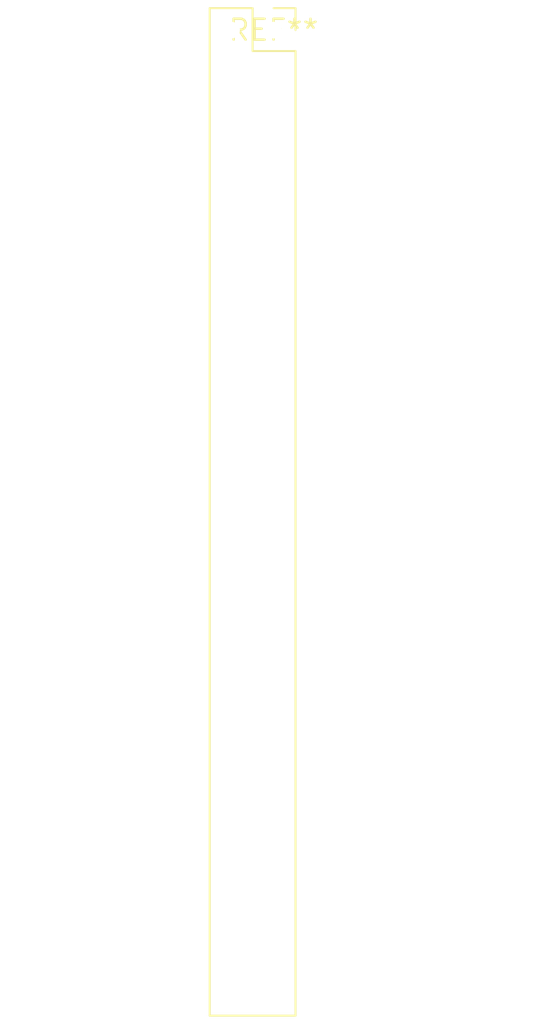
<source format=kicad_pcb>
(kicad_pcb (version 20240108) (generator pcbnew)
  (layers (0 "F.Cu" signal) (31 "B.Cu" signal) (34 "B.Paste" user) (35 "F.Paste" user) (36 "B.SilkS" user "B.Silkscreen") (37 "F.SilkS" user "F.Silkscreen") (38 "B.Mask" user) (39 "F.Mask" user) (44 "Edge.Cuts" user))
  (net 0 "")
  (footprint "PinSocket_2x24_P2.54mm_Vertical" (layer "F.Cu") (at 0 0)
    (property "Reference" "REF**")
    (property "Value" "PinSocket_2x24_P2.54mm_Vertical")
    (fp_line (start -3.87 -1.33) (end -3.87 59.75) (layer "F.SilkS") (stroke (width 0.12)))
    (fp_line (start -3.87 -1.33) (end -1.27 -1.33) (layer "F.SilkS") (stroke (width 0.12)))
    (fp_line (start -3.87 59.75) (end 1.33 59.75) (layer "F.SilkS") (stroke (width 0.12)))
    (fp_line (start -1.27 -1.33) (end -1.27 1.27) (layer "F.SilkS") (stroke (width 0.12)))
    (fp_line (start -1.27 1.27) (end 1.33 1.27) (layer "F.SilkS") (stroke (width 0.12)))
    (fp_line (start 0 -1.33) (end 1.33 -1.33) (layer "F.SilkS") (stroke (width 0.12)))
    (fp_line (start 1.33 -1.33) (end 1.33 0) (layer "F.SilkS") (stroke (width 0.12)))
    (fp_line (start 1.33 1.27) (end 1.33 59.75) (layer "F.SilkS") (stroke (width 0.12)))
    (pad "1" thru_hole rect (at 0 0) (size 1.7 1.7) (drill 1) (layers *.Cu *.Mask) (remove_unused_layers))
    (pad "2" thru_hole oval (at -2.54 0) (size 1.7 1.7) (drill 1) (layers *.Cu *.Mask) (remove_unused_layers))
    (pad "3" thru_hole oval (at 0 2.54) (size 1.7 1.7) (drill 1) (layers *.Cu *.Mask) (remove_unused_layers))
    (pad "4" thru_hole oval (at -2.54 2.54) (size 1.7 1.7) (drill 1) (layers *.Cu *.Mask) (remove_unused_layers))
    (pad "5" thru_hole oval (at 0 5.08) (size 1.7 1.7) (drill 1) (layers *.Cu *.Mask) (remove_unused_layers))
    (pad "6" thru_hole oval (at -2.54 5.08) (size 1.7 1.7) (drill 1) (layers *.Cu *.Mask) (remove_unused_layers))
    (pad "7" thru_hole oval (at 0 7.62) (size 1.7 1.7) (drill 1) (layers *.Cu *.Mask) (remove_unused_layers))
    (pad "8" thru_hole oval (at -2.54 7.62) (size 1.7 1.7) (drill 1) (layers *.Cu *.Mask) (remove_unused_layers))
    (pad "9" thru_hole oval (at 0 10.16) (size 1.7 1.7) (drill 1) (layers *.Cu *.Mask) (remove_unused_layers))
    (pad "10" thru_hole oval (at -2.54 10.16) (size 1.7 1.7) (drill 1) (layers *.Cu *.Mask) (remove_unused_layers))
    (pad "11" thru_hole oval (at 0 12.7) (size 1.7 1.7) (drill 1) (layers *.Cu *.Mask) (remove_unused_layers))
    (pad "12" thru_hole oval (at -2.54 12.7) (size 1.7 1.7) (drill 1) (layers *.Cu *.Mask) (remove_unused_layers))
    (pad "13" thru_hole oval (at 0 15.24) (size 1.7 1.7) (drill 1) (layers *.Cu *.Mask) (remove_unused_layers))
    (pad "14" thru_hole oval (at -2.54 15.24) (size 1.7 1.7) (drill 1) (layers *.Cu *.Mask) (remove_unused_layers))
    (pad "15" thru_hole oval (at 0 17.78) (size 1.7 1.7) (drill 1) (layers *.Cu *.Mask) (remove_unused_layers))
    (pad "16" thru_hole oval (at -2.54 17.78) (size 1.7 1.7) (drill 1) (layers *.Cu *.Mask) (remove_unused_layers))
    (pad "17" thru_hole oval (at 0 20.32) (size 1.7 1.7) (drill 1) (layers *.Cu *.Mask) (remove_unused_layers))
    (pad "18" thru_hole oval (at -2.54 20.32) (size 1.7 1.7) (drill 1) (layers *.Cu *.Mask) (remove_unused_layers))
    (pad "19" thru_hole oval (at 0 22.86) (size 1.7 1.7) (drill 1) (layers *.Cu *.Mask) (remove_unused_layers))
    (pad "20" thru_hole oval (at -2.54 22.86) (size 1.7 1.7) (drill 1) (layers *.Cu *.Mask) (remove_unused_layers))
    (pad "21" thru_hole oval (at 0 25.4) (size 1.7 1.7) (drill 1) (layers *.Cu *.Mask) (remove_unused_layers))
    (pad "22" thru_hole oval (at -2.54 25.4) (size 1.7 1.7) (drill 1) (layers *.Cu *.Mask) (remove_unused_layers))
    (pad "23" thru_hole oval (at 0 27.94) (size 1.7 1.7) (drill 1) (layers *.Cu *.Mask) (remove_unused_layers))
    (pad "24" thru_hole oval (at -2.54 27.94) (size 1.7 1.7) (drill 1) (layers *.Cu *.Mask) (remove_unused_layers))
    (pad "25" thru_hole oval (at 0 30.48) (size 1.7 1.7) (drill 1) (layers *.Cu *.Mask) (remove_unused_layers))
    (pad "26" thru_hole oval (at -2.54 30.48) (size 1.7 1.7) (drill 1) (layers *.Cu *.Mask) (remove_unused_layers))
    (pad "27" thru_hole oval (at 0 33.02) (size 1.7 1.7) (drill 1) (layers *.Cu *.Mask) (remove_unused_layers))
    (pad "28" thru_hole oval (at -2.54 33.02) (size 1.7 1.7) (drill 1) (layers *.Cu *.Mask) (remove_unused_layers))
    (pad "29" thru_hole oval (at 0 35.56) (size 1.7 1.7) (drill 1) (layers *.Cu *.Mask) (remove_unused_layers))
    (pad "30" thru_hole oval (at -2.54 35.56) (size 1.7 1.7) (drill 1) (layers *.Cu *.Mask) (remove_unused_layers))
    (pad "31" thru_hole oval (at 0 38.1) (size 1.7 1.7) (drill 1) (layers *.Cu *.Mask) (remove_unused_layers))
    (pad "32" thru_hole oval (at -2.54 38.1) (size 1.7 1.7) (drill 1) (layers *.Cu *.Mask) (remove_unused_layers))
    (pad "33" thru_hole oval (at 0 40.64) (size 1.7 1.7) (drill 1) (layers *.Cu *.Mask) (remove_unused_layers))
    (pad "34" thru_hole oval (at -2.54 40.64) (size 1.7 1.7) (drill 1) (layers *.Cu *.Mask) (remove_unused_layers))
    (pad "35" thru_hole oval (at 0 43.18) (size 1.7 1.7) (drill 1) (layers *.Cu *.Mask) (remove_unused_layers))
    (pad "36" thru_hole oval (at -2.54 43.18) (size 1.7 1.7) (drill 1) (layers *.Cu *.Mask) (remove_unused_layers))
    (pad "37" thru_hole oval (at 0 45.72) (size 1.7 1.7) (drill 1) (layers *.Cu *.Mask) (remove_unused_layers))
    (pad "38" thru_hole oval (at -2.54 45.72) (size 1.7 1.7) (drill 1) (layers *.Cu *.Mask) (remove_unused_layers))
    (pad "39" thru_hole oval (at 0 48.26) (size 1.7 1.7) (drill 1) (layers *.Cu *.Mask) (remove_unused_layers))
    (pad "40" thru_hole oval (at -2.54 48.26) (size 1.7 1.7) (drill 1) (layers *.Cu *.Mask) (remove_unused_layers))
    (pad "41" thru_hole oval (at 0 50.8) (size 1.7 1.7) (drill 1) (layers *.Cu *.Mask) (remove_unused_layers))
    (pad "42" thru_hole oval (at -2.54 50.8) (size 1.7 1.7) (drill 1) (layers *.Cu *.Mask) (remove_unused_layers))
    (pad "43" thru_hole oval (at 0 53.34) (size 1.7 1.7) (drill 1) (layers *.Cu *.Mask) (remove_unused_layers))
    (pad "44" thru_hole oval (at -2.54 53.34) (size 1.7 1.7) (drill 1) (layers *.Cu *.Mask) (remove_unused_layers))
    (pad "45" thru_hole oval (at 0 55.88) (size 1.7 1.7) (drill 1) (layers *.Cu *.Mask) (remove_unused_layers))
    (pad "46" thru_hole oval (at -2.54 55.88) (size 1.7 1.7) (drill 1) (layers *.Cu *.Mask) (remove_unused_layers))
    (pad "47" thru_hole oval (at 0 58.42) (size 1.7 1.7) (drill 1) (layers *.Cu *.Mask) (remove_unused_layers))
    (pad "48" thru_hole oval (at -2.54 58.42) (size 1.7 1.7) (drill 1) (layers *.Cu *.Mask) (remove_unused_layers))
  )
)
</source>
